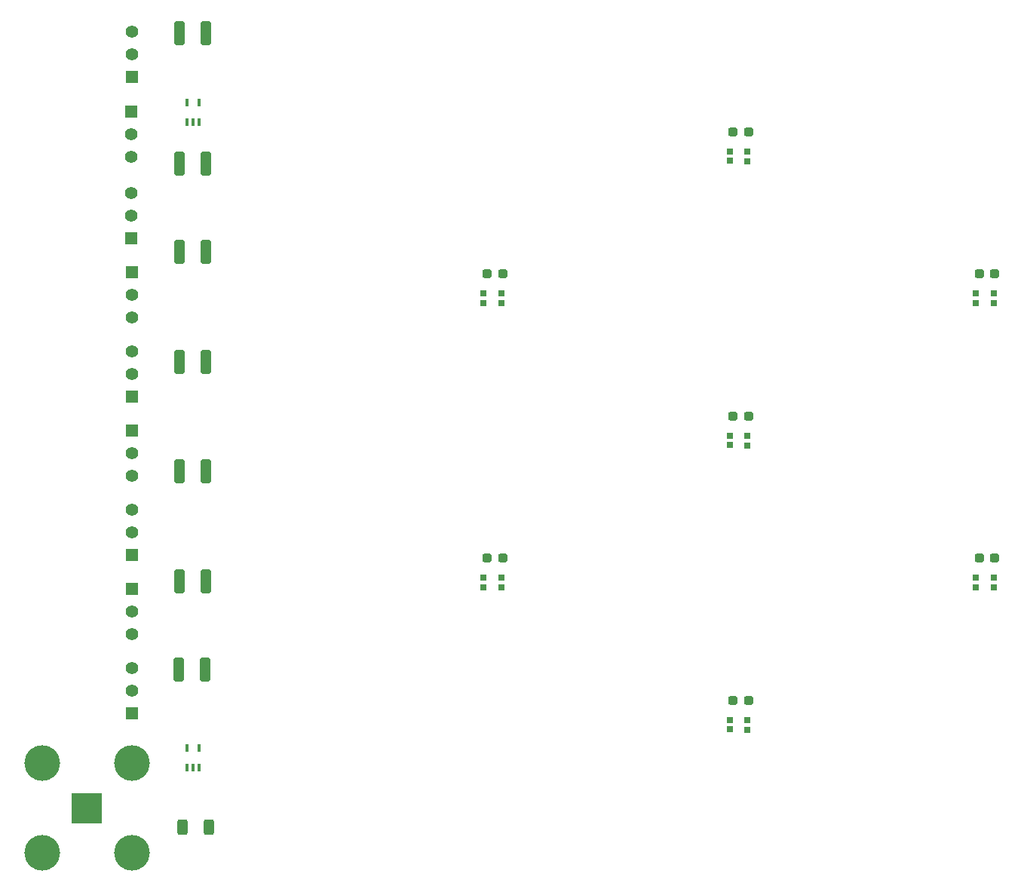
<source format=gbr>
%TF.GenerationSoftware,KiCad,Pcbnew,(6.0.8-1)-1*%
%TF.CreationDate,2023-03-28T16:35:19-04:00*%
%TF.ProjectId,Untitled,556e7469-746c-4656-942e-6b696361645f,rev?*%
%TF.SameCoordinates,Original*%
%TF.FileFunction,Soldermask,Top*%
%TF.FilePolarity,Negative*%
%FSLAX46Y46*%
G04 Gerber Fmt 4.6, Leading zero omitted, Abs format (unit mm)*
G04 Created by KiCad (PCBNEW (6.0.8-1)-1) date 2023-03-28 16:35:19*
%MOMM*%
%LPD*%
G01*
G04 APERTURE LIST*
G04 Aperture macros list*
%AMRoundRect*
0 Rectangle with rounded corners*
0 $1 Rounding radius*
0 $2 $3 $4 $5 $6 $7 $8 $9 X,Y pos of 4 corners*
0 Add a 4 corners polygon primitive as box body*
4,1,4,$2,$3,$4,$5,$6,$7,$8,$9,$2,$3,0*
0 Add four circle primitives for the rounded corners*
1,1,$1+$1,$2,$3*
1,1,$1+$1,$4,$5*
1,1,$1+$1,$6,$7*
1,1,$1+$1,$8,$9*
0 Add four rect primitives between the rounded corners*
20,1,$1+$1,$2,$3,$4,$5,0*
20,1,$1+$1,$4,$5,$6,$7,0*
20,1,$1+$1,$6,$7,$8,$9,0*
20,1,$1+$1,$8,$9,$2,$3,0*%
G04 Aperture macros list end*
%ADD10R,0.700000X0.700000*%
%ADD11RoundRect,0.250000X-0.325000X-1.100000X0.325000X-1.100000X0.325000X1.100000X-0.325000X1.100000X0*%
%ADD12RoundRect,0.087500X-0.087500X-0.337500X0.087500X-0.337500X0.087500X0.337500X-0.087500X0.337500X0*%
%ADD13RoundRect,0.250000X-0.312500X-0.625000X0.312500X-0.625000X0.312500X0.625000X-0.312500X0.625000X0*%
%ADD14R,1.397000X1.397000*%
%ADD15C,1.397000*%
%ADD16RoundRect,0.237500X-0.287500X-0.237500X0.287500X-0.237500X0.287500X0.237500X-0.287500X0.237500X0*%
%ADD17R,3.500000X3.500000*%
%ADD18C,4.000000*%
G04 APERTURE END LIST*
D10*
%TO.C,REF\u002A\u002A*%
X128382500Y-81370000D03*
X126357500Y-81370000D03*
X126357500Y-82420000D03*
X128382500Y-82470000D03*
%TD*%
%TO.C,REF\u002A\u002A*%
X100752500Y-97320000D03*
X98727500Y-97320000D03*
X98727500Y-98370000D03*
X100752500Y-98420000D03*
%TD*%
%TO.C,REF\u002A\u002A*%
X128382500Y-49460000D03*
X126357500Y-49460000D03*
X126357500Y-50510000D03*
X128382500Y-50560000D03*
%TD*%
%TO.C,REF\u002A\u002A*%
X156022500Y-97320000D03*
X153997500Y-97320000D03*
X153997500Y-98370000D03*
X156022500Y-98420000D03*
%TD*%
%TO.C,REF\u002A\u002A*%
X128382500Y-113280000D03*
X126357500Y-113280000D03*
X126357500Y-114330000D03*
X128382500Y-114380000D03*
%TD*%
%TO.C,REF\u002A\u002A*%
X156022500Y-65410000D03*
X153997500Y-65410000D03*
X153997500Y-66460000D03*
X156022500Y-66510000D03*
%TD*%
%TO.C,REF\u002A\u002A*%
X100752500Y-65410000D03*
X98727500Y-65410000D03*
X98727500Y-66460000D03*
X100752500Y-66510000D03*
%TD*%
D11*
%TO.C,10 nF*%
X64525000Y-107600000D03*
X67475000Y-107600000D03*
%TD*%
D12*
%TO.C,Temp2*%
X65450000Y-118600000D03*
X66100000Y-118600000D03*
X66750000Y-118600000D03*
X66750000Y-116400000D03*
X65450000Y-116400000D03*
%TD*%
D13*
%TO.C,50 \u03A9*%
X64937500Y-125300000D03*
X67862500Y-125300000D03*
%TD*%
D12*
%TO.C,REF\u002A\u002A*%
X65450000Y-46200000D03*
X66100000Y-46200000D03*
X66750000Y-46200000D03*
X66750000Y-44000000D03*
X65450000Y-44000000D03*
%TD*%
D11*
%TO.C,10 nF*%
X64625000Y-36145716D03*
X67575000Y-36145716D03*
%TD*%
D14*
%TO.C,REF\u002A\u002A*%
X59200000Y-59200000D03*
D15*
X59200000Y-56660000D03*
X59200000Y-54120000D03*
%TD*%
D16*
%TO.C,REF\u002A\u002A*%
X99125000Y-95110000D03*
X100875000Y-95110000D03*
%TD*%
D17*
%TO.C,LEDs*%
X54200000Y-123200000D03*
D18*
X59225000Y-128225000D03*
X59225000Y-118175000D03*
X49175000Y-118175000D03*
X49175000Y-128225000D03*
%TD*%
D11*
%TO.C,10 nF*%
X64625000Y-73072857D03*
X67575000Y-73072857D03*
%TD*%
D14*
%TO.C,REF\u002A\u002A*%
X59250100Y-41100000D03*
D15*
X59250100Y-38560000D03*
X59250100Y-36020000D03*
%TD*%
D14*
%TO.C,REF\u002A\u002A*%
X59250100Y-76987500D03*
D15*
X59250100Y-74447500D03*
X59250100Y-71907500D03*
%TD*%
D16*
%TO.C,REF\u002A\u002A*%
X154395000Y-95110000D03*
X156145000Y-95110000D03*
%TD*%
%TO.C,REF\u002A\u002A*%
X154395000Y-63200000D03*
X156145000Y-63200000D03*
%TD*%
D11*
%TO.C,10 nF*%
X64625000Y-60763810D03*
X67575000Y-60763810D03*
%TD*%
%TO.C,10 nF*%
X64625000Y-50800000D03*
X67575000Y-50800000D03*
%TD*%
D16*
%TO.C,REF\u002A\u002A*%
X126755000Y-111070000D03*
X128505000Y-111070000D03*
%TD*%
%TO.C,REF\u002A\u002A*%
X126755000Y-47250000D03*
X128505000Y-47250000D03*
%TD*%
D11*
%TO.C,10 nF*%
X64625000Y-85381904D03*
X67575000Y-85381904D03*
%TD*%
D14*
%TO.C,REF\u002A\u002A*%
X59250100Y-94787500D03*
D15*
X59250100Y-92247500D03*
X59250100Y-89707500D03*
%TD*%
D16*
%TO.C,REF\u002A\u002A*%
X126755000Y-79160000D03*
X128505000Y-79160000D03*
%TD*%
D14*
%TO.C,REF\u002A\u002A*%
X59250100Y-112587500D03*
D15*
X59250100Y-110047500D03*
X59250100Y-107507500D03*
%TD*%
D11*
%TO.C,10 nF*%
X64625000Y-97690951D03*
X67575000Y-97690951D03*
%TD*%
D16*
%TO.C,REF\u002A\u002A*%
X99125000Y-63200000D03*
X100875000Y-63200000D03*
%TD*%
D14*
%TO.C,REF\u002A\u002A*%
X59250100Y-80812500D03*
D15*
X59250100Y-83352500D03*
X59250100Y-85892500D03*
%TD*%
D14*
%TO.C,REF\u002A\u002A*%
X59200000Y-45000000D03*
D15*
X59200000Y-47540000D03*
X59200000Y-50080000D03*
%TD*%
D14*
%TO.C,REF\u002A\u002A*%
X59250100Y-98612500D03*
D15*
X59250100Y-101152500D03*
X59250100Y-103692500D03*
%TD*%
D14*
%TO.C,REF\u002A\u002A*%
X59250100Y-63012500D03*
D15*
X59250100Y-65552500D03*
X59250100Y-68092500D03*
%TD*%
M02*

</source>
